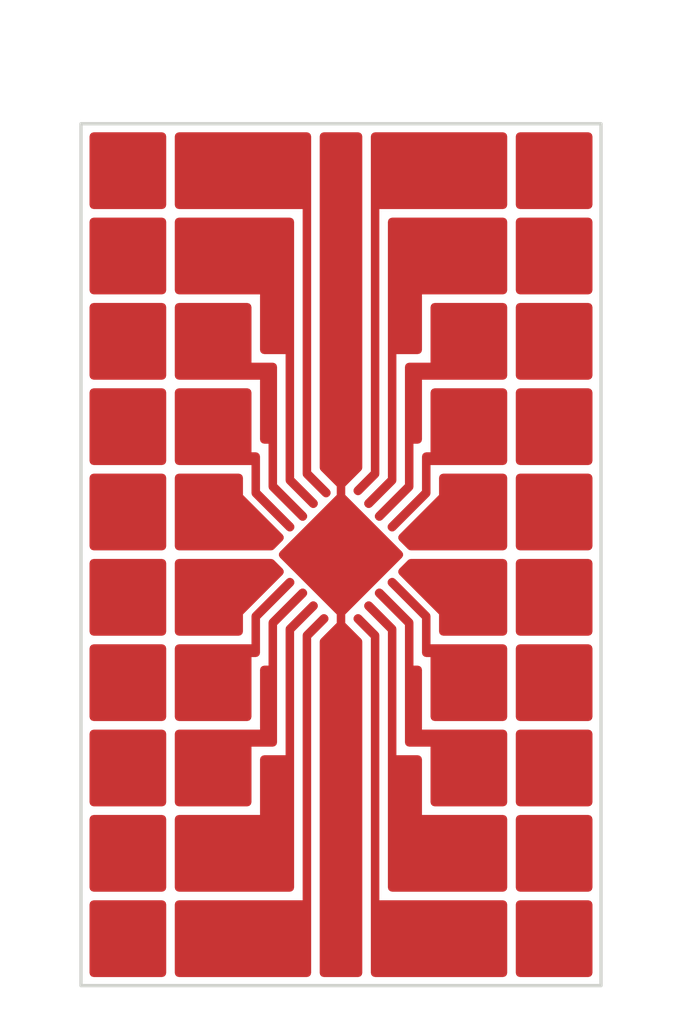
<source format=kicad_pcb>
(kicad_pcb (version 20221018) (generator pcbnew)
  (layers (0 "F.Cu" signal) (31 "B.Cu" signal) (34 "B.Paste" user) (35 "F.Paste" user) (36 "B.SilkS" user "B.Silkscreen") (37 "F.SilkS" user "F.Silkscreen") (38 "B.Mask" user) (39 "F.Mask" user) (44 "Edge.Cuts" user))
  (net 0 "")
  (footprint "footprints:WQFN20_RRQ_TEX-L" (layer "F.Cu") (at 127 87.63 45)
    (fp_text reference "REF**" hide)
    (fp_text value "WQFN20_RRQ_TEX" hide)
  )
  (gr_rect (start 119.253 74.803) (end 134.747 100.457) (stroke (width 0.1)) (fill none) (layer "Edge.Cuts"))
  (zone (net 0) (net_name "") (layer "F.Cu") (connect_pads (clearance 0.127)) (min_thickness 0.254) (fill yes (thermal_gap 0.508) (thermal_bridge_width 0.508))
    (polygon (pts (xy 124.333 81.915) (xy 125.095 81.915) (xy 125.095 85.5345) (xy 126.0475 86.487) (xy 125.857 86.6775) (xy 124.841 85.6615) (xy 124.841 84.328) (xy 124.587 84.328) (xy 124.587 82.423) (xy 122.047 82.423) (xy 122.047 80.137) (xy 124.333 80.137)))
  )
  (zone (net 0) (net_name "") (layer "F.Cu") (connect_pads (clearance 0.127)) (min_thickness 0.254) (fill yes (thermal_gap 0.508) (thermal_bridge_width 0.508))
    (polygon (pts (xy 129.667 90.678) (xy 129.413 90.678) (xy 129.413 89.535) (xy 128.3335 88.4555) (xy 128.524 88.265) (xy 129.159 88.9) (xy 129.667 89.408) (xy 129.667 90.297) (xy 131.953 90.297) (xy 131.953 92.583) (xy 129.667 92.583)))
  )
  (zone (net 0) (net_name "") (layer "F.Cu") (connect_pads (clearance 0.127)) (min_thickness 0.254) (fill yes (thermal_gap 0.508) (thermal_bridge_width 0.508) (island_removal_mode 1) (island_area_min 9.999999))
    (polygon (pts (xy 129.667 84.582) (xy 129.413 84.582) (xy 129.413 85.725) (xy 128.3335 86.8045) (xy 128.524 86.995) (xy 129.159 86.36) (xy 129.667 85.852) (xy 129.667 84.963) (xy 131.953 84.963) (xy 131.953 82.677) (xy 129.667 82.677)))
  )
  (zone (net 0) (net_name "") (layer "F.Cu") (connect_pads (clearance 0.127)) (min_thickness 0.254) (fill yes (thermal_gap 0.508) (thermal_bridge_width 0.508))
    (polygon (pts (xy 134.493 95.123) (xy 132.207 95.123) (xy 132.207 92.837) (xy 134.493 92.837)))
  )
  (zone (net 0) (net_name "") (layer "F.Cu") (connect_pads (clearance 0.127)) (min_thickness 0.254) (fill yes (thermal_gap 0.508) (thermal_bridge_width 0.508))
    (polygon (pts (xy 121.793 84.963) (xy 119.507 84.963) (xy 119.507 82.677) (xy 121.793 82.677)))
  )
  (zone (net 0) (net_name "") (layer "F.Cu") (connect_pads (clearance 0.127)) (min_thickness 0.254) (fill yes (thermal_gap 0.508) (thermal_bridge_width 0.508))
    (polygon (pts (xy 121.793 95.123) (xy 119.507 95.123) (xy 119.507 92.837) (xy 121.793 92.837)))
  )
  (zone (net 0) (net_name "") (layer "F.Cu") (connect_pads (clearance 0.127)) (min_thickness 0.254) (fill yes (thermal_gap 0.508) (thermal_bridge_width 0.508))
    (polygon (pts (xy 121.793 79.883) (xy 119.507 79.883) (xy 119.507 77.597) (xy 121.793 77.597)))
  )
  (zone (net 0) (net_name "") (layer "F.Cu") (connect_pads (clearance 0.127)) (min_thickness 0.254) (fill yes (thermal_gap 0.508) (thermal_bridge_width 0.508))
    (polygon (pts (xy 124.968 87.757) (xy 125.349 88.138) (xy 124.841 88.646) (xy 124.079 89.408) (xy 124.079 90.043) (xy 122.047 90.043) (xy 122.047 87.757) (xy 124.333 87.757)))
  )
  (zone (net 0) (net_name "") (layer "F.Cu") (connect_pads (clearance 0.127)) (min_thickness 0.254) (fill yes (thermal_gap 0.508) (thermal_bridge_width 0.508) (island_removal_mode 1) (island_area_min 9.999999))
    (polygon (pts (xy 124.333 90.678) (xy 124.587 90.678) (xy 124.587 89.535) (xy 125.6665 88.4555) (xy 125.476 88.265) (xy 124.841 88.9) (xy 124.333 89.408) (xy 124.333 90.297) (xy 122.047 90.297) (xy 122.047 92.583) (xy 124.333 92.583)))
  )
  (zone (net 0) (net_name "") (layer "F.Cu") (connect_pads (clearance 0.127)) (min_thickness 0.254) (fill yes (thermal_gap 0.508) (thermal_bridge_width 0.508) (island_removal_mode 1) (island_area_min 9.999999))
    (polygon (pts (xy 129.921 85.852) (xy 128.651 87.122) (xy 129.032 87.503) (xy 129.54 87.503) (xy 131.953 87.503) (xy 131.953 85.217) (xy 129.921 85.217)))
  )
  (zone (net 0) (net_name "") (layer "F.Cu") (connect_pads (clearance 0.127)) (min_thickness 0.254) (fill yes (thermal_gap 0.508) (thermal_bridge_width 0.508) (island_removal_mode 1) (island_area_min 9.999999))
    (polygon (pts (xy 129.667 81.915) (xy 128.905 81.915) (xy 128.905 85.5345) (xy 127.9525 86.487) (xy 128.143 86.6775) (xy 129.159 85.6615) (xy 129.159 84.328) (xy 129.413 84.328) (xy 129.413 82.423) (xy 131.953 82.423) (xy 131.953 80.137) (xy 129.667 80.137)))
  )
  (zone (net 0) (net_name "") (layer "F.Cu") (connect_pads (clearance 0.127)) (min_thickness 0.254) (fill yes (thermal_gap 0.508) (thermal_bridge_width 0.508))
    (polygon (pts (xy 134.493 87.503) (xy 132.207 87.503) (xy 132.207 85.217) (xy 134.493 85.217)))
  )
  (zone (net 0) (net_name "") (layer "F.Cu") (connect_pads (clearance 0.127)) (min_thickness 0.254) (fill yes (thermal_gap 0.508) (thermal_bridge_width 0.508) (island_removal_mode 1) (island_area_min 9.999999))
    (polygon (pts (xy 124.333 93.345) (xy 125.095 93.345) (xy 125.095 89.7255) (xy 126.0475 88.773) (xy 125.857 88.5825) (xy 124.841 89.5985) (xy 124.841 90.932) (xy 124.587 90.932) (xy 124.587 92.837) (xy 122.047 92.837) (xy 122.047 95.123) (xy 124.333 95.123)))
  )
  (zone (net 0) (net_name "") (layer "F.Cu") (connect_pads (clearance 0.127)) (min_thickness 0.254) (fill yes (thermal_gap 0.508) (thermal_bridge_width 0.508) (island_removal_mode 1) (island_area_min 9.999999))
    (polygon (pts (xy 126.111 90.1065) (xy 126.6825 89.535) (xy 126.492 89.3445) (xy 125.857 89.9795) (xy 125.857 97.917) (xy 122.047 97.917) (xy 122.047 100.203) (xy 126.111 100.203)))
  )
  (zone (net 0) (net_name "") (layer "F.Cu") (connect_pads (clearance 0.127)) (min_thickness 0.254) (fill yes (thermal_gap 0.508) (thermal_bridge_width 0.508))
    (polygon (pts (xy 126.111 85.1535) (xy 126.746 85.7885) (xy 126.5555 85.979) (xy 125.857 85.2805) (xy 125.857 77.343) (xy 122.047 77.343) (xy 122.047 75.057) (xy 126.111 75.057)))
  )
  (zone (net 0) (net_name "") (layer "F.Cu") (connect_pads (clearance 0.127)) (min_thickness 0.254) (fill yes (thermal_gap 0.508) (thermal_bridge_width 0.508))
    (polygon (pts (xy 134.493 97.663) (xy 132.207 97.663) (xy 132.207 95.377) (xy 134.493 95.377)))
  )
  (zone (net 0) (net_name "") (layer "F.Cu") (connect_pads (clearance 0.127)) (min_thickness 0.254) (fill yes (thermal_gap 0.508) (thermal_bridge_width 0.508))
    (polygon (pts (xy 129.667 93.345) (xy 128.905 93.345) (xy 128.905 89.7255) (xy 127.9525 88.773) (xy 128.143 88.5825) (xy 129.159 89.5985) (xy 129.159 90.932) (xy 129.413 90.932) (xy 129.413 92.837) (xy 131.953 92.837) (xy 131.953 95.123) (xy 129.667 95.123)))
  )
  (zone (net 0) (net_name "") (layer "F.Cu") (connect_pads (clearance 0.127)) (min_thickness 0.254) (fill yes (thermal_gap 0.508) (thermal_bridge_width 0.508))
    (polygon (pts (xy 125.603 85.344) (xy 126.365 86.106) (xy 126.1745 86.2965) (xy 125.349 85.471) (xy 125.349 81.661) (xy 124.587 81.661) (xy 124.587 79.883) (xy 122.047 79.883) (xy 122.047 77.597) (xy 125.603 77.597)))
  )
  (zone (net 0) (net_name "") (layer "F.Cu") (connect_pads (clearance 0.127)) (min_thickness 0.254) (fill yes (thermal_gap 0.508) (thermal_bridge_width 0.508) (island_removal_mode 1) (island_area_min 9.999999))
    (polygon (pts (xy 129.032 87.757) (xy 128.651 88.138) (xy 129.159 88.646) (xy 129.921 89.408) (xy 129.921 90.043) (xy 131.953 90.043) (xy 131.953 87.757) (xy 129.667 87.757)))
  )
  (zone (net 0) (net_name "") (layer "F.Cu") (connect_pads (clearance 0.127)) (min_thickness 0.254) (fill yes (thermal_gap 0.508) (thermal_bridge_width 0.508))
    (polygon (pts (xy 134.493 100.203) (xy 132.207 100.203) (xy 132.207 97.917) (xy 134.493 97.917)))
  )
  (zone (net 0) (net_name "") (layer "F.Cu") (connect_pads (clearance 0.127)) (min_thickness 0.254) (fill yes (thermal_gap 0.508) (thermal_bridge_width 0.508))
    (polygon (pts (xy 134.493 79.883) (xy 132.207 79.883) (xy 132.207 77.597) (xy 134.493 77.597)))
  )
  (zone (net 0) (net_name "") (layer "F.Cu") (connect_pads (clearance 0.127)) (min_thickness 0.254) (fill yes (thermal_gap 0.508) (thermal_bridge_width 0.508))
    (polygon (pts (xy 128.397 89.916) (xy 127.635 89.154) (xy 127.8255 88.9635) (xy 128.651 89.789) (xy 128.651 93.599) (xy 129.413 93.599) (xy 129.413 95.377) (xy 131.953 95.377) (xy 131.953 97.663) (xy 128.397 97.663)))
  )
  (zone (net 0) (net_name "") (layer "F.Cu") (connect_pads (clearance 0.127)) (min_thickness 0.254) (fill yes (thermal_gap 0.508) (thermal_bridge_width 0.508))
    (polygon (pts (xy 121.793 97.663) (xy 119.507 97.663) (xy 119.507 95.377) (xy 121.793 95.377)))
  )
  (zone (net 0) (net_name "") (layer "F.Cu") (connect_pads (clearance 0.127)) (min_thickness 0.254) (fill yes (thermal_gap 0.508) (thermal_bridge_width 0.508) (island_removal_mode 1) (island_area_min 9.999999))
    (polygon (pts (xy 127.889 85.1535) (xy 127.3175 85.725) (xy 127.508 85.9155) (xy 128.143 85.2805) (xy 128.143 77.343) (xy 131.953 77.343) (xy 131.953 75.057) (xy 127.889 75.057)))
  )
  (zone (net 0) (net_name "") (layer "F.Cu") (priority 1) (connect_pads (clearance 0.127)) (min_thickness 0.25) (fill yes (thermal_gap 0.5) (thermal_bridge_width 0.5) (island_removal_mode 1) (island_area_min 9.999999))
    (polygon (pts (xy 126.365 75.057) (xy 126.365 85.09) (xy 126.873 85.598) (xy 126.873 85.852) (xy 125.095 87.63) (xy 126.873 89.408) (xy 126.873 89.662) (xy 126.365 90.17) (xy 126.365 100.203) (xy 127.635 100.203) (xy 127.635 90.17) (xy 127.127 89.662) (xy 127.127 89.408) (xy 128.905 87.63) (xy 127.127 85.852) (xy 127.127 85.598) (xy 127.635 85.09) (xy 127.635 75.057)))
  )
  (zone (net 0) (net_name "") (layer "F.Cu") (connect_pads (clearance 0.127)) (min_thickness 0.254) (fill yes (thermal_gap 0.508) (thermal_bridge_width 0.508))
    (polygon (pts (xy 124.079 85.852) (xy 125.349 87.122) (xy 124.968 87.503) (xy 124.46 87.503) (xy 122.047 87.503) (xy 122.047 85.217) (xy 124.079 85.217)))
  )
  (zone (net 0) (net_name "") (layer "F.Cu") (connect_pads (clearance 0.127)) (min_thickness 0.254) (fill yes (thermal_gap 0.508) (thermal_bridge_width 0.508))
    (polygon (pts (xy 121.793 92.583) (xy 119.507 92.583) (xy 119.507 90.297) (xy 121.793 90.297)))
  )
  (zone (net 0) (net_name "") (layer "F.Cu") (connect_pads (clearance 0.127)) (min_thickness 0.254) (fill yes (thermal_gap 0.508) (thermal_bridge_width 0.508))
    (polygon (pts (xy 134.493 82.423) (xy 132.207 82.423) (xy 132.207 80.137) (xy 134.493 80.137)))
  )
  (zone (net 0) (net_name "") (layer "F.Cu") (connect_pads (clearance 0.127)) (min_thickness 0.254) (fill yes (thermal_gap 0.508) (thermal_bridge_width 0.508))
    (polygon (pts (xy 127.889 90.1065) (xy 127.3175 89.535) (xy 127.508 89.3445) (xy 128.143 89.9795) (xy 128.143 97.917) (xy 131.953 97.917) (xy 131.953 100.203) (xy 127.889 100.203)))
  )
  (zone (net 0) (net_name "") (layer "F.Cu") (connect_pads (clearance 0.127)) (min_thickness 0.254) (fill yes (thermal_gap 0.508) (thermal_bridge_width 0.508))
    (polygon (pts (xy 121.793 87.503) (xy 119.507 87.503) (xy 119.507 85.217) (xy 121.793 85.217)))
  )
  (zone (net 0) (net_name "") (layer "F.Cu") (connect_pads (clearance 0.127)) (min_thickness 0.254) (fill yes (thermal_gap 0.508) (thermal_bridge_width 0.508))
    (polygon (pts (xy 121.793 90.043) (xy 119.507 90.043) (xy 119.507 87.757) (xy 121.793 87.757)))
  )
  (zone (net 0) (net_name "") (layer "F.Cu") (connect_pads (clearance 0.127)) (min_thickness 0.254) (fill yes (thermal_gap 0.508) (thermal_bridge_width 0.508))
    (polygon (pts (xy 134.493 77.343) (xy 132.207 77.343) (xy 132.207 75.057) (xy 134.493 75.057)))
  )
  (zone (net 0) (net_name "") (layer "F.Cu") (connect_pads (clearance 0.127)) (min_thickness 0.254) (fill yes (thermal_gap 0.508) (thermal_bridge_width 0.508))
    (polygon (pts (xy 121.793 77.343) (xy 119.507 77.343) (xy 119.507 75.057) (xy 121.793 75.057)))
  )
  (zone (net 0) (net_name "") (layer "F.Cu") (connect_pads (clearance 0.127)) (min_thickness 0.254) (fill yes (thermal_gap 0.508) (thermal_bridge_width 0.508))
    (polygon (pts (xy 121.793 100.203) (xy 119.507 100.203) (xy 119.507 97.917) (xy 121.793 97.917)))
  )
  (zone (net 0) (net_name "") (layer "F.Cu") (connect_pads (clearance 0.127)) (min_thickness 0.254) (fill yes (thermal_gap 0.508) (thermal_bridge_width 0.508))
    (polygon (pts (xy 134.493 90.043) (xy 132.207 90.043) (xy 132.207 87.757) (xy 134.493 87.757)))
  )
  (zone (net 0) (net_name "") (layer "F.Cu") (connect_pads (clearance 0.127)) (min_thickness 0.254) (fill yes (thermal_gap 0.508) (thermal_bridge_width 0.508) (island_removal_mode 1) (island_area_min 9.999999))
    (polygon (pts (xy 125.603 89.916) (xy 126.365 89.154) (xy 126.1745 88.9635) (xy 125.349 89.789) (xy 125.349 93.599) (xy 124.587 93.599) (xy 124.587 95.377) (xy 122.047 95.377) (xy 122.047 97.663) (xy 125.603 97.663)))
  )
  (zone (net 0) (net_name "") (layer "F.Cu") (connect_pads (clearance 0.127)) (min_thickness 0.254) (fill yes (thermal_gap 0.508) (thermal_bridge_width 0.508))
    (polygon (pts (xy 134.493 84.963) (xy 132.207 84.963) (xy 132.207 82.677) (xy 134.493 82.677)))
  )
  (zone (net 0) (net_name "") (layer "F.Cu") (connect_pads (clearance 0.127)) (min_thickness 0.254) (fill yes (thermal_gap 0.508) (thermal_bridge_width 0.508))
    (polygon (pts (xy 134.493 92.583) (xy 132.207 92.583) (xy 132.207 90.297) (xy 134.493 90.297)))
  )
  (zone (net 0) (net_name "") (layer "F.Cu") (connect_pads (clearance 0.127)) (min_thickness 0.254) (fill yes (thermal_gap 0.508) (thermal_bridge_width 0.508))
    (polygon (pts (xy 121.793 82.423) (xy 119.507 82.423) (xy 119.507 80.137) (xy 121.793 80.137)))
  )
  (zone (net 0) (net_name "") (layer "F.Cu") (connect_pads (clearance 0.127)) (min_thickness 0.254) (fill yes (thermal_gap 0.508) (thermal_bridge_width 0.508))
    (polygon (pts (xy 124.333 84.582) (xy 124.587 84.582) (xy 124.587 85.725) (xy 125.6665 86.8045) (xy 125.476 86.995) (xy 124.841 86.36) (xy 124.333 85.852) (xy 124.333 84.963) (xy 122.047 84.963) (xy 122.047 82.677) (xy 124.333 82.677)))
  )
  (zone (net 0) (net_name "") (layer "F.Cu") (connect_pads (clearance 0.127)) (min_thickness 0.254) (fill yes (thermal_gap 0.508) (thermal_bridge_width 0.508) (island_removal_mode 1) (island_area_min 9.999999))
    (polygon (pts (xy 128.397 85.344) (xy 127.635 86.106) (xy 127.8255 86.2965) (xy 128.651 85.471) (xy 128.651 81.661) (xy 129.413 81.661) (xy 129.413 79.883) (xy 131.953 79.883) (xy 131.953 77.597) (xy 128.397 77.597)))
  )
)
</source>
